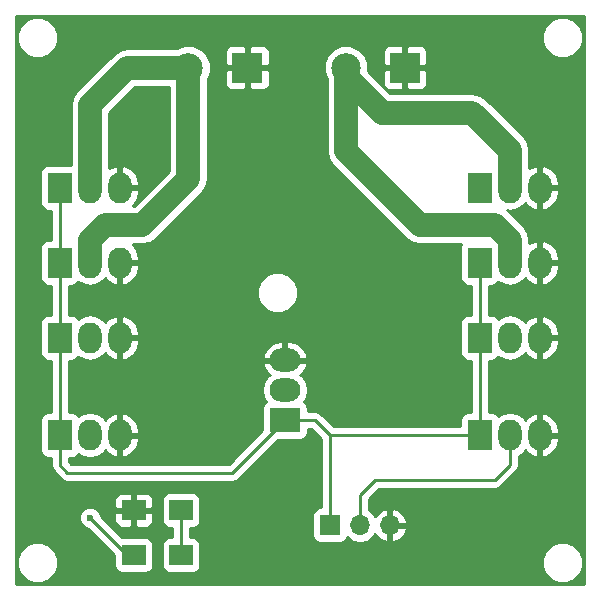
<source format=gbr>
G04 #@! TF.FileFunction,Copper,L1,Top,Signal*
%FSLAX46Y46*%
G04 Gerber Fmt 4.6, Leading zero omitted, Abs format (unit mm)*
G04 Created by KiCad (PCBNEW 4.0.7) date Saturday, June 09, 2018 'PMt' 12:28:08 PM*
%MOMM*%
%LPD*%
G01*
G04 APERTURE LIST*
%ADD10C,0.100000*%
%ADD11R,2.000000X1.700000*%
%ADD12R,2.000000X2.600000*%
%ADD13O,2.000000X2.600000*%
%ADD14R,1.700000X1.700000*%
%ADD15O,1.700000X1.700000*%
%ADD16R,2.600000X2.000000*%
%ADD17O,2.600000X2.000000*%
%ADD18R,2.500000X2.500000*%
%ADD19C,2.500000*%
%ADD20C,0.600000*%
%ADD21C,0.250000*%
%ADD22C,2.000000*%
%ADD23C,0.254000*%
G04 APERTURE END LIST*
D10*
D11*
X123920000Y-106045000D03*
X119920000Y-106045000D03*
D12*
X113665000Y-81280000D03*
D13*
X116205000Y-81280000D03*
X118745000Y-81280000D03*
D14*
X136525000Y-103505000D03*
D15*
X139065000Y-103505000D03*
X141605000Y-103505000D03*
D12*
X113665000Y-74930000D03*
D13*
X116205000Y-74930000D03*
X118745000Y-74930000D03*
D12*
X113665000Y-87630000D03*
D13*
X116205000Y-87630000D03*
X118745000Y-87630000D03*
D12*
X113665000Y-95885000D03*
D13*
X116205000Y-95885000D03*
X118745000Y-95885000D03*
D11*
X123920000Y-102235000D03*
X119920000Y-102235000D03*
D12*
X149225000Y-87630000D03*
D13*
X151765000Y-87630000D03*
X154305000Y-87630000D03*
D12*
X149225000Y-95885000D03*
D13*
X151765000Y-95885000D03*
X154305000Y-95885000D03*
D12*
X149225000Y-81280000D03*
D13*
X151765000Y-81280000D03*
X154305000Y-81280000D03*
D12*
X149225000Y-74930000D03*
D13*
X151765000Y-74930000D03*
X154305000Y-74930000D03*
D16*
X132715000Y-94615000D03*
D17*
X132715000Y-92075000D03*
X132715000Y-89535000D03*
D18*
X129540000Y-64770000D03*
D19*
X124540000Y-64770000D03*
D18*
X142875000Y-64770000D03*
D19*
X137875000Y-64770000D03*
D20*
X116205000Y-102870000D03*
D21*
X149225000Y-87630000D02*
X149225000Y-81280000D01*
X149225000Y-95885000D02*
X149225000Y-87630000D01*
X149225000Y-95885000D02*
X136525000Y-95885000D01*
X113665000Y-74930000D02*
X113665000Y-81280000D01*
X113665000Y-81280000D02*
X113665000Y-87630000D01*
X113665000Y-87630000D02*
X113665000Y-95885000D01*
X113665000Y-95885000D02*
X113665000Y-98425000D01*
X113665000Y-98425000D02*
X114300000Y-99060000D01*
X114300000Y-99060000D02*
X128270000Y-99060000D01*
X128270000Y-99060000D02*
X132715000Y-94615000D01*
X132715000Y-94615000D02*
X135255000Y-94615000D01*
X135255000Y-94615000D02*
X136525000Y-95885000D01*
X136525000Y-95885000D02*
X136525000Y-103505000D01*
X123920000Y-102235000D02*
X123920000Y-106045000D01*
X151765000Y-95885000D02*
X151765000Y-98425000D01*
X139065000Y-100965000D02*
X139065000Y-103505000D01*
X140335000Y-99695000D02*
X139065000Y-100965000D01*
X150495000Y-99695000D02*
X140335000Y-99695000D01*
X151765000Y-98425000D02*
X150495000Y-99695000D01*
D22*
X137875000Y-64770000D02*
X137875000Y-71835000D01*
X151765000Y-79375000D02*
X151765000Y-81280000D01*
X150495000Y-78105000D02*
X151765000Y-79375000D01*
X144145000Y-78105000D02*
X150495000Y-78105000D01*
X137875000Y-71835000D02*
X144145000Y-78105000D01*
X137875000Y-64770000D02*
X137875000Y-65485000D01*
X137875000Y-65485000D02*
X140970000Y-68580000D01*
X140970000Y-68580000D02*
X148590000Y-68580000D01*
X148590000Y-68580000D02*
X151765000Y-71755000D01*
X151765000Y-71755000D02*
X151765000Y-74930000D01*
D21*
X116205000Y-102870000D02*
X119380000Y-106045000D01*
X119380000Y-106045000D02*
X119920000Y-106045000D01*
D22*
X116205000Y-79375000D02*
X116205000Y-81280000D01*
X117475000Y-78105000D02*
X116205000Y-79375000D01*
X120650000Y-78105000D02*
X117475000Y-78105000D01*
X124540000Y-74215000D02*
X120650000Y-78105000D01*
X124540000Y-64770000D02*
X124540000Y-74215000D01*
X124540000Y-64770000D02*
X119380000Y-64770000D01*
X116205000Y-67945000D02*
X116205000Y-74930000D01*
X119380000Y-64770000D02*
X116205000Y-67945000D01*
D23*
G36*
X158040000Y-108510000D02*
X109930000Y-108510000D01*
X109930000Y-107023599D01*
X110024699Y-107023599D01*
X110288281Y-107661515D01*
X110775918Y-108150004D01*
X111413373Y-108414699D01*
X112103599Y-108415301D01*
X112741515Y-108151719D01*
X113230004Y-107664082D01*
X113494699Y-107026627D01*
X113495301Y-106336401D01*
X113231719Y-105698485D01*
X112744082Y-105209996D01*
X112106627Y-104945301D01*
X111416401Y-104944699D01*
X110778485Y-105208281D01*
X110289996Y-105695918D01*
X110025301Y-106333373D01*
X110024699Y-107023599D01*
X109930000Y-107023599D01*
X109930000Y-103055167D01*
X115269838Y-103055167D01*
X115411883Y-103398943D01*
X115674673Y-103662192D01*
X116018201Y-103804838D01*
X116065077Y-103804879D01*
X118272560Y-106012362D01*
X118272560Y-106895000D01*
X118316838Y-107130317D01*
X118455910Y-107346441D01*
X118668110Y-107491431D01*
X118920000Y-107542440D01*
X120920000Y-107542440D01*
X121155317Y-107498162D01*
X121371441Y-107359090D01*
X121516431Y-107146890D01*
X121567440Y-106895000D01*
X121567440Y-105195000D01*
X121523162Y-104959683D01*
X121384090Y-104743559D01*
X121171890Y-104598569D01*
X120920000Y-104547560D01*
X118957362Y-104547560D01*
X117140122Y-102730320D01*
X117140162Y-102684833D01*
X117072365Y-102520750D01*
X118285000Y-102520750D01*
X118285000Y-103211310D01*
X118381673Y-103444699D01*
X118560302Y-103623327D01*
X118793691Y-103720000D01*
X119634250Y-103720000D01*
X119793000Y-103561250D01*
X119793000Y-102362000D01*
X120047000Y-102362000D01*
X120047000Y-103561250D01*
X120205750Y-103720000D01*
X121046309Y-103720000D01*
X121279698Y-103623327D01*
X121458327Y-103444699D01*
X121555000Y-103211310D01*
X121555000Y-102520750D01*
X121396250Y-102362000D01*
X120047000Y-102362000D01*
X119793000Y-102362000D01*
X118443750Y-102362000D01*
X118285000Y-102520750D01*
X117072365Y-102520750D01*
X116998117Y-102341057D01*
X116735327Y-102077808D01*
X116391799Y-101935162D01*
X116019833Y-101934838D01*
X115676057Y-102076883D01*
X115412808Y-102339673D01*
X115270162Y-102683201D01*
X115269838Y-103055167D01*
X109930000Y-103055167D01*
X109930000Y-101258690D01*
X118285000Y-101258690D01*
X118285000Y-101949250D01*
X118443750Y-102108000D01*
X119793000Y-102108000D01*
X119793000Y-100908750D01*
X120047000Y-100908750D01*
X120047000Y-102108000D01*
X121396250Y-102108000D01*
X121555000Y-101949250D01*
X121555000Y-101385000D01*
X122272560Y-101385000D01*
X122272560Y-103085000D01*
X122316838Y-103320317D01*
X122455910Y-103536441D01*
X122668110Y-103681431D01*
X122920000Y-103732440D01*
X123160000Y-103732440D01*
X123160000Y-104547560D01*
X122920000Y-104547560D01*
X122684683Y-104591838D01*
X122468559Y-104730910D01*
X122323569Y-104943110D01*
X122272560Y-105195000D01*
X122272560Y-106895000D01*
X122316838Y-107130317D01*
X122455910Y-107346441D01*
X122668110Y-107491431D01*
X122920000Y-107542440D01*
X124920000Y-107542440D01*
X125155317Y-107498162D01*
X125371441Y-107359090D01*
X125516431Y-107146890D01*
X125541398Y-107023599D01*
X154474699Y-107023599D01*
X154738281Y-107661515D01*
X155225918Y-108150004D01*
X155863373Y-108414699D01*
X156553599Y-108415301D01*
X157191515Y-108151719D01*
X157680004Y-107664082D01*
X157944699Y-107026627D01*
X157945301Y-106336401D01*
X157681719Y-105698485D01*
X157194082Y-105209996D01*
X156556627Y-104945301D01*
X155866401Y-104944699D01*
X155228485Y-105208281D01*
X154739996Y-105695918D01*
X154475301Y-106333373D01*
X154474699Y-107023599D01*
X125541398Y-107023599D01*
X125567440Y-106895000D01*
X125567440Y-105195000D01*
X125523162Y-104959683D01*
X125384090Y-104743559D01*
X125171890Y-104598569D01*
X124920000Y-104547560D01*
X124680000Y-104547560D01*
X124680000Y-103732440D01*
X124920000Y-103732440D01*
X125155317Y-103688162D01*
X125371441Y-103549090D01*
X125516431Y-103336890D01*
X125567440Y-103085000D01*
X125567440Y-101385000D01*
X125523162Y-101149683D01*
X125384090Y-100933559D01*
X125171890Y-100788569D01*
X124920000Y-100737560D01*
X122920000Y-100737560D01*
X122684683Y-100781838D01*
X122468559Y-100920910D01*
X122323569Y-101133110D01*
X122272560Y-101385000D01*
X121555000Y-101385000D01*
X121555000Y-101258690D01*
X121458327Y-101025301D01*
X121279698Y-100846673D01*
X121046309Y-100750000D01*
X120205750Y-100750000D01*
X120047000Y-100908750D01*
X119793000Y-100908750D01*
X119634250Y-100750000D01*
X118793691Y-100750000D01*
X118560302Y-100846673D01*
X118381673Y-101025301D01*
X118285000Y-101258690D01*
X109930000Y-101258690D01*
X109930000Y-73630000D01*
X112017560Y-73630000D01*
X112017560Y-76230000D01*
X112061838Y-76465317D01*
X112200910Y-76681441D01*
X112413110Y-76826431D01*
X112665000Y-76877440D01*
X112905000Y-76877440D01*
X112905000Y-79332560D01*
X112665000Y-79332560D01*
X112429683Y-79376838D01*
X112213559Y-79515910D01*
X112068569Y-79728110D01*
X112017560Y-79980000D01*
X112017560Y-82580000D01*
X112061838Y-82815317D01*
X112200910Y-83031441D01*
X112413110Y-83176431D01*
X112665000Y-83227440D01*
X112905000Y-83227440D01*
X112905000Y-85682560D01*
X112665000Y-85682560D01*
X112429683Y-85726838D01*
X112213559Y-85865910D01*
X112068569Y-86078110D01*
X112017560Y-86330000D01*
X112017560Y-88930000D01*
X112061838Y-89165317D01*
X112200910Y-89381441D01*
X112413110Y-89526431D01*
X112665000Y-89577440D01*
X112905000Y-89577440D01*
X112905000Y-93937560D01*
X112665000Y-93937560D01*
X112429683Y-93981838D01*
X112213559Y-94120910D01*
X112068569Y-94333110D01*
X112017560Y-94585000D01*
X112017560Y-97185000D01*
X112061838Y-97420317D01*
X112200910Y-97636441D01*
X112413110Y-97781431D01*
X112665000Y-97832440D01*
X112905000Y-97832440D01*
X112905000Y-98425000D01*
X112962852Y-98715839D01*
X113127599Y-98962401D01*
X113762599Y-99597401D01*
X114009161Y-99762148D01*
X114300000Y-99820000D01*
X128270000Y-99820000D01*
X128560839Y-99762148D01*
X128807401Y-99597401D01*
X132142362Y-96262440D01*
X134015000Y-96262440D01*
X134250317Y-96218162D01*
X134466441Y-96079090D01*
X134611431Y-95866890D01*
X134662440Y-95615000D01*
X134662440Y-95375000D01*
X134940198Y-95375000D01*
X135765000Y-96199802D01*
X135765000Y-102007560D01*
X135675000Y-102007560D01*
X135439683Y-102051838D01*
X135223559Y-102190910D01*
X135078569Y-102403110D01*
X135027560Y-102655000D01*
X135027560Y-104355000D01*
X135071838Y-104590317D01*
X135210910Y-104806441D01*
X135423110Y-104951431D01*
X135675000Y-105002440D01*
X137375000Y-105002440D01*
X137610317Y-104958162D01*
X137826441Y-104819090D01*
X137971431Y-104606890D01*
X137985086Y-104539459D01*
X138014946Y-104584147D01*
X138496715Y-104906054D01*
X139065000Y-105019093D01*
X139633285Y-104906054D01*
X140115054Y-104584147D01*
X140342702Y-104243447D01*
X140409817Y-104386358D01*
X140838076Y-104776645D01*
X141248110Y-104946476D01*
X141478000Y-104825155D01*
X141478000Y-103632000D01*
X141732000Y-103632000D01*
X141732000Y-104825155D01*
X141961890Y-104946476D01*
X142371924Y-104776645D01*
X142800183Y-104386358D01*
X143046486Y-103861892D01*
X142925819Y-103632000D01*
X141732000Y-103632000D01*
X141478000Y-103632000D01*
X141458000Y-103632000D01*
X141458000Y-103378000D01*
X141478000Y-103378000D01*
X141478000Y-102184845D01*
X141732000Y-102184845D01*
X141732000Y-103378000D01*
X142925819Y-103378000D01*
X143046486Y-103148108D01*
X142800183Y-102623642D01*
X142371924Y-102233355D01*
X141961890Y-102063524D01*
X141732000Y-102184845D01*
X141478000Y-102184845D01*
X141248110Y-102063524D01*
X140838076Y-102233355D01*
X140409817Y-102623642D01*
X140342702Y-102766553D01*
X140115054Y-102425853D01*
X139825000Y-102232046D01*
X139825000Y-101279802D01*
X140649802Y-100455000D01*
X150495000Y-100455000D01*
X150785839Y-100397148D01*
X151032401Y-100232401D01*
X152302401Y-98962401D01*
X152467148Y-98715840D01*
X152525000Y-98425000D01*
X152525000Y-97643707D01*
X152921120Y-97379029D01*
X153048219Y-97188812D01*
X153238683Y-97430922D01*
X153796645Y-97744144D01*
X153924566Y-97775124D01*
X154178000Y-97655777D01*
X154178000Y-96012000D01*
X154432000Y-96012000D01*
X154432000Y-97655777D01*
X154685434Y-97775124D01*
X154813355Y-97744144D01*
X155371317Y-97430922D01*
X155766942Y-96928020D01*
X155940000Y-96312000D01*
X155940000Y-96012000D01*
X154432000Y-96012000D01*
X154178000Y-96012000D01*
X154158000Y-96012000D01*
X154158000Y-95758000D01*
X154178000Y-95758000D01*
X154178000Y-94114223D01*
X154432000Y-94114223D01*
X154432000Y-95758000D01*
X155940000Y-95758000D01*
X155940000Y-95458000D01*
X155766942Y-94841980D01*
X155371317Y-94339078D01*
X154813355Y-94025856D01*
X154685434Y-93994876D01*
X154432000Y-94114223D01*
X154178000Y-94114223D01*
X153924566Y-93994876D01*
X153796645Y-94025856D01*
X153238683Y-94339078D01*
X153048219Y-94581188D01*
X152921120Y-94390971D01*
X152390687Y-94036548D01*
X151765000Y-93912091D01*
X151139313Y-94036548D01*
X150780808Y-94276093D01*
X150689090Y-94133559D01*
X150476890Y-93988569D01*
X150225000Y-93937560D01*
X149985000Y-93937560D01*
X149985000Y-89577440D01*
X150225000Y-89577440D01*
X150460317Y-89533162D01*
X150676441Y-89394090D01*
X150781951Y-89239671D01*
X151139313Y-89478452D01*
X151765000Y-89602909D01*
X152390687Y-89478452D01*
X152921120Y-89124029D01*
X153048219Y-88933812D01*
X153238683Y-89175922D01*
X153796645Y-89489144D01*
X153924566Y-89520124D01*
X154178000Y-89400777D01*
X154178000Y-87757000D01*
X154432000Y-87757000D01*
X154432000Y-89400777D01*
X154685434Y-89520124D01*
X154813355Y-89489144D01*
X155371317Y-89175922D01*
X155766942Y-88673020D01*
X155940000Y-88057000D01*
X155940000Y-87757000D01*
X154432000Y-87757000D01*
X154178000Y-87757000D01*
X154158000Y-87757000D01*
X154158000Y-87503000D01*
X154178000Y-87503000D01*
X154178000Y-85859223D01*
X154432000Y-85859223D01*
X154432000Y-87503000D01*
X155940000Y-87503000D01*
X155940000Y-87203000D01*
X155766942Y-86586980D01*
X155371317Y-86084078D01*
X154813355Y-85770856D01*
X154685434Y-85739876D01*
X154432000Y-85859223D01*
X154178000Y-85859223D01*
X153924566Y-85739876D01*
X153796645Y-85770856D01*
X153238683Y-86084078D01*
X153048219Y-86326188D01*
X152921120Y-86135971D01*
X152390687Y-85781548D01*
X151765000Y-85657091D01*
X151139313Y-85781548D01*
X150780808Y-86021093D01*
X150689090Y-85878559D01*
X150476890Y-85733569D01*
X150225000Y-85682560D01*
X149985000Y-85682560D01*
X149985000Y-83227440D01*
X150225000Y-83227440D01*
X150460317Y-83183162D01*
X150676441Y-83044090D01*
X150781951Y-82889671D01*
X151139313Y-83128452D01*
X151765000Y-83252909D01*
X152390687Y-83128452D01*
X152921120Y-82774029D01*
X153048219Y-82583812D01*
X153238683Y-82825922D01*
X153796645Y-83139144D01*
X153924566Y-83170124D01*
X154178000Y-83050777D01*
X154178000Y-81407000D01*
X154432000Y-81407000D01*
X154432000Y-83050777D01*
X154685434Y-83170124D01*
X154813355Y-83139144D01*
X155371317Y-82825922D01*
X155766942Y-82323020D01*
X155940000Y-81707000D01*
X155940000Y-81407000D01*
X154432000Y-81407000D01*
X154178000Y-81407000D01*
X154158000Y-81407000D01*
X154158000Y-81153000D01*
X154178000Y-81153000D01*
X154178000Y-79509223D01*
X154432000Y-79509223D01*
X154432000Y-81153000D01*
X155940000Y-81153000D01*
X155940000Y-80853000D01*
X155766942Y-80236980D01*
X155371317Y-79734078D01*
X154813355Y-79420856D01*
X154685434Y-79389876D01*
X154432000Y-79509223D01*
X154178000Y-79509223D01*
X153924566Y-79389876D01*
X153796645Y-79420856D01*
X153400000Y-79643520D01*
X153400000Y-79375000D01*
X153275543Y-78749313D01*
X153275543Y-78749312D01*
X153133581Y-78536851D01*
X152921120Y-78218880D01*
X152921117Y-78218878D01*
X151651120Y-76948880D01*
X151504885Y-76851169D01*
X151765000Y-76902909D01*
X152390687Y-76778452D01*
X152921120Y-76424029D01*
X153048219Y-76233812D01*
X153238683Y-76475922D01*
X153796645Y-76789144D01*
X153924566Y-76820124D01*
X154178000Y-76700777D01*
X154178000Y-75057000D01*
X154432000Y-75057000D01*
X154432000Y-76700777D01*
X154685434Y-76820124D01*
X154813355Y-76789144D01*
X155371317Y-76475922D01*
X155766942Y-75973020D01*
X155940000Y-75357000D01*
X155940000Y-75057000D01*
X154432000Y-75057000D01*
X154178000Y-75057000D01*
X154158000Y-75057000D01*
X154158000Y-74803000D01*
X154178000Y-74803000D01*
X154178000Y-73159223D01*
X154432000Y-73159223D01*
X154432000Y-74803000D01*
X155940000Y-74803000D01*
X155940000Y-74503000D01*
X155766942Y-73886980D01*
X155371317Y-73384078D01*
X154813355Y-73070856D01*
X154685434Y-73039876D01*
X154432000Y-73159223D01*
X154178000Y-73159223D01*
X153924566Y-73039876D01*
X153796645Y-73070856D01*
X153400000Y-73293520D01*
X153400000Y-71755005D01*
X153400001Y-71755000D01*
X153275543Y-71129312D01*
X152921120Y-70598880D01*
X149746120Y-67423880D01*
X149215688Y-67069457D01*
X148590000Y-66944999D01*
X148589995Y-66945000D01*
X141647240Y-66945000D01*
X139759750Y-65057510D01*
X139759751Y-65055750D01*
X140990000Y-65055750D01*
X140990000Y-66146310D01*
X141086673Y-66379699D01*
X141265302Y-66558327D01*
X141498691Y-66655000D01*
X142589250Y-66655000D01*
X142748000Y-66496250D01*
X142748000Y-64897000D01*
X143002000Y-64897000D01*
X143002000Y-66496250D01*
X143160750Y-66655000D01*
X144251309Y-66655000D01*
X144484698Y-66558327D01*
X144663327Y-66379699D01*
X144760000Y-66146310D01*
X144760000Y-65055750D01*
X144601250Y-64897000D01*
X143002000Y-64897000D01*
X142748000Y-64897000D01*
X141148750Y-64897000D01*
X140990000Y-65055750D01*
X139759751Y-65055750D01*
X139760326Y-64396695D01*
X139473957Y-63703628D01*
X139164560Y-63393690D01*
X140990000Y-63393690D01*
X140990000Y-64484250D01*
X141148750Y-64643000D01*
X142748000Y-64643000D01*
X142748000Y-63043750D01*
X143002000Y-63043750D01*
X143002000Y-64643000D01*
X144601250Y-64643000D01*
X144760000Y-64484250D01*
X144760000Y-63393690D01*
X144663327Y-63160301D01*
X144484698Y-62981673D01*
X144251309Y-62885000D01*
X143160750Y-62885000D01*
X143002000Y-63043750D01*
X142748000Y-63043750D01*
X142589250Y-62885000D01*
X141498691Y-62885000D01*
X141265302Y-62981673D01*
X141086673Y-63160301D01*
X140990000Y-63393690D01*
X139164560Y-63393690D01*
X138944161Y-63172907D01*
X138251595Y-62885328D01*
X137501695Y-62884674D01*
X136808628Y-63171043D01*
X136277907Y-63700839D01*
X135990328Y-64393405D01*
X135989674Y-65143305D01*
X136240000Y-65749141D01*
X136240000Y-71834995D01*
X136239999Y-71835000D01*
X136364457Y-72460688D01*
X136718880Y-72991120D01*
X142988880Y-79261120D01*
X143519312Y-79615543D01*
X144145000Y-79740001D01*
X144145005Y-79740000D01*
X147626161Y-79740000D01*
X147577560Y-79980000D01*
X147577560Y-82580000D01*
X147621838Y-82815317D01*
X147760910Y-83031441D01*
X147973110Y-83176431D01*
X148225000Y-83227440D01*
X148465000Y-83227440D01*
X148465000Y-85682560D01*
X148225000Y-85682560D01*
X147989683Y-85726838D01*
X147773559Y-85865910D01*
X147628569Y-86078110D01*
X147577560Y-86330000D01*
X147577560Y-88930000D01*
X147621838Y-89165317D01*
X147760910Y-89381441D01*
X147973110Y-89526431D01*
X148225000Y-89577440D01*
X148465000Y-89577440D01*
X148465000Y-93937560D01*
X148225000Y-93937560D01*
X147989683Y-93981838D01*
X147773559Y-94120910D01*
X147628569Y-94333110D01*
X147577560Y-94585000D01*
X147577560Y-95125000D01*
X136839802Y-95125000D01*
X135792401Y-94077599D01*
X135545839Y-93912852D01*
X135255000Y-93855000D01*
X134662440Y-93855000D01*
X134662440Y-93615000D01*
X134618162Y-93379683D01*
X134479090Y-93163559D01*
X134324671Y-93058049D01*
X134563452Y-92700687D01*
X134687909Y-92075000D01*
X134563452Y-91449313D01*
X134209029Y-90918880D01*
X134018812Y-90791781D01*
X134260922Y-90601317D01*
X134574144Y-90043355D01*
X134605124Y-89915434D01*
X134485777Y-89662000D01*
X132842000Y-89662000D01*
X132842000Y-89682000D01*
X132588000Y-89682000D01*
X132588000Y-89662000D01*
X130944223Y-89662000D01*
X130824876Y-89915434D01*
X130855856Y-90043355D01*
X131169078Y-90601317D01*
X131411188Y-90791781D01*
X131220971Y-90918880D01*
X130866548Y-91449313D01*
X130742091Y-92075000D01*
X130866548Y-92700687D01*
X131106093Y-93059192D01*
X130963559Y-93150910D01*
X130818569Y-93363110D01*
X130767560Y-93615000D01*
X130767560Y-95487638D01*
X127955198Y-98300000D01*
X114614802Y-98300000D01*
X114425000Y-98110198D01*
X114425000Y-97832440D01*
X114665000Y-97832440D01*
X114900317Y-97788162D01*
X115116441Y-97649090D01*
X115221951Y-97494671D01*
X115579313Y-97733452D01*
X116205000Y-97857909D01*
X116830687Y-97733452D01*
X117361120Y-97379029D01*
X117488219Y-97188812D01*
X117678683Y-97430922D01*
X118236645Y-97744144D01*
X118364566Y-97775124D01*
X118618000Y-97655777D01*
X118618000Y-96012000D01*
X118872000Y-96012000D01*
X118872000Y-97655777D01*
X119125434Y-97775124D01*
X119253355Y-97744144D01*
X119811317Y-97430922D01*
X120206942Y-96928020D01*
X120380000Y-96312000D01*
X120380000Y-96012000D01*
X118872000Y-96012000D01*
X118618000Y-96012000D01*
X118598000Y-96012000D01*
X118598000Y-95758000D01*
X118618000Y-95758000D01*
X118618000Y-94114223D01*
X118872000Y-94114223D01*
X118872000Y-95758000D01*
X120380000Y-95758000D01*
X120380000Y-95458000D01*
X120206942Y-94841980D01*
X119811317Y-94339078D01*
X119253355Y-94025856D01*
X119125434Y-93994876D01*
X118872000Y-94114223D01*
X118618000Y-94114223D01*
X118364566Y-93994876D01*
X118236645Y-94025856D01*
X117678683Y-94339078D01*
X117488219Y-94581188D01*
X117361120Y-94390971D01*
X116830687Y-94036548D01*
X116205000Y-93912091D01*
X115579313Y-94036548D01*
X115220808Y-94276093D01*
X115129090Y-94133559D01*
X114916890Y-93988569D01*
X114665000Y-93937560D01*
X114425000Y-93937560D01*
X114425000Y-89577440D01*
X114665000Y-89577440D01*
X114900317Y-89533162D01*
X115116441Y-89394090D01*
X115221951Y-89239671D01*
X115579313Y-89478452D01*
X116205000Y-89602909D01*
X116830687Y-89478452D01*
X117361120Y-89124029D01*
X117488219Y-88933812D01*
X117678683Y-89175922D01*
X118236645Y-89489144D01*
X118364566Y-89520124D01*
X118618000Y-89400777D01*
X118618000Y-87757000D01*
X118872000Y-87757000D01*
X118872000Y-89400777D01*
X119125434Y-89520124D01*
X119253355Y-89489144D01*
X119811317Y-89175922D01*
X119828117Y-89154566D01*
X130824876Y-89154566D01*
X130944223Y-89408000D01*
X132588000Y-89408000D01*
X132588000Y-87900000D01*
X132842000Y-87900000D01*
X132842000Y-89408000D01*
X134485777Y-89408000D01*
X134605124Y-89154566D01*
X134574144Y-89026645D01*
X134260922Y-88468683D01*
X133758020Y-88073058D01*
X133142000Y-87900000D01*
X132842000Y-87900000D01*
X132588000Y-87900000D01*
X132288000Y-87900000D01*
X131671980Y-88073058D01*
X131169078Y-88468683D01*
X130855856Y-89026645D01*
X130824876Y-89154566D01*
X119828117Y-89154566D01*
X120206942Y-88673020D01*
X120380000Y-88057000D01*
X120380000Y-87757000D01*
X118872000Y-87757000D01*
X118618000Y-87757000D01*
X118598000Y-87757000D01*
X118598000Y-87503000D01*
X118618000Y-87503000D01*
X118618000Y-85859223D01*
X118872000Y-85859223D01*
X118872000Y-87503000D01*
X120380000Y-87503000D01*
X120380000Y-87203000D01*
X120206942Y-86586980D01*
X119811317Y-86084078D01*
X119253355Y-85770856D01*
X119125434Y-85739876D01*
X118872000Y-85859223D01*
X118618000Y-85859223D01*
X118364566Y-85739876D01*
X118236645Y-85770856D01*
X117678683Y-86084078D01*
X117488219Y-86326188D01*
X117361120Y-86135971D01*
X116830687Y-85781548D01*
X116205000Y-85657091D01*
X115579313Y-85781548D01*
X115220808Y-86021093D01*
X115129090Y-85878559D01*
X114916890Y-85733569D01*
X114665000Y-85682560D01*
X114425000Y-85682560D01*
X114425000Y-84163599D01*
X130344699Y-84163599D01*
X130608281Y-84801515D01*
X131095918Y-85290004D01*
X131733373Y-85554699D01*
X132423599Y-85555301D01*
X133061515Y-85291719D01*
X133550004Y-84804082D01*
X133814699Y-84166627D01*
X133815301Y-83476401D01*
X133551719Y-82838485D01*
X133064082Y-82349996D01*
X132426627Y-82085301D01*
X131736401Y-82084699D01*
X131098485Y-82348281D01*
X130609996Y-82835918D01*
X130345301Y-83473373D01*
X130344699Y-84163599D01*
X114425000Y-84163599D01*
X114425000Y-83227440D01*
X114665000Y-83227440D01*
X114900317Y-83183162D01*
X115116441Y-83044090D01*
X115221951Y-82889671D01*
X115579313Y-83128452D01*
X116205000Y-83252909D01*
X116830687Y-83128452D01*
X117361120Y-82774029D01*
X117488219Y-82583812D01*
X117678683Y-82825922D01*
X118236645Y-83139144D01*
X118364566Y-83170124D01*
X118618000Y-83050777D01*
X118618000Y-81407000D01*
X118872000Y-81407000D01*
X118872000Y-83050777D01*
X119125434Y-83170124D01*
X119253355Y-83139144D01*
X119811317Y-82825922D01*
X120206942Y-82323020D01*
X120380000Y-81707000D01*
X120380000Y-81407000D01*
X118872000Y-81407000D01*
X118618000Y-81407000D01*
X118598000Y-81407000D01*
X118598000Y-81153000D01*
X118618000Y-81153000D01*
X118618000Y-81133000D01*
X118872000Y-81133000D01*
X118872000Y-81153000D01*
X120380000Y-81153000D01*
X120380000Y-80853000D01*
X120206942Y-80236980D01*
X119815976Y-79740000D01*
X120649995Y-79740000D01*
X120650000Y-79740001D01*
X121275688Y-79615543D01*
X121806120Y-79261120D01*
X125696117Y-75371122D01*
X125696120Y-75371120D01*
X125906008Y-75057000D01*
X126050543Y-74840688D01*
X126175001Y-74215000D01*
X126175000Y-74214995D01*
X126175000Y-65747871D01*
X126424672Y-65146595D01*
X126424751Y-65055750D01*
X127655000Y-65055750D01*
X127655000Y-66146310D01*
X127751673Y-66379699D01*
X127930302Y-66558327D01*
X128163691Y-66655000D01*
X129254250Y-66655000D01*
X129413000Y-66496250D01*
X129413000Y-64897000D01*
X129667000Y-64897000D01*
X129667000Y-66496250D01*
X129825750Y-66655000D01*
X130916309Y-66655000D01*
X131149698Y-66558327D01*
X131328327Y-66379699D01*
X131425000Y-66146310D01*
X131425000Y-65055750D01*
X131266250Y-64897000D01*
X129667000Y-64897000D01*
X129413000Y-64897000D01*
X127813750Y-64897000D01*
X127655000Y-65055750D01*
X126424751Y-65055750D01*
X126425326Y-64396695D01*
X126138957Y-63703628D01*
X125829560Y-63393690D01*
X127655000Y-63393690D01*
X127655000Y-64484250D01*
X127813750Y-64643000D01*
X129413000Y-64643000D01*
X129413000Y-63043750D01*
X129667000Y-63043750D01*
X129667000Y-64643000D01*
X131266250Y-64643000D01*
X131425000Y-64484250D01*
X131425000Y-63393690D01*
X131328327Y-63160301D01*
X131149698Y-62981673D01*
X130916309Y-62885000D01*
X129825750Y-62885000D01*
X129667000Y-63043750D01*
X129413000Y-63043750D01*
X129254250Y-62885000D01*
X128163691Y-62885000D01*
X127930302Y-62981673D01*
X127751673Y-63160301D01*
X127655000Y-63393690D01*
X125829560Y-63393690D01*
X125609161Y-63172907D01*
X124916595Y-62885328D01*
X124166695Y-62884674D01*
X123560859Y-63135000D01*
X119380005Y-63135000D01*
X119380000Y-63134999D01*
X118754312Y-63259457D01*
X118223880Y-63613880D01*
X115048880Y-66788880D01*
X114694457Y-67319312D01*
X114569999Y-67945000D01*
X114570000Y-67945005D01*
X114570000Y-72982560D01*
X112665000Y-72982560D01*
X112429683Y-73026838D01*
X112213559Y-73165910D01*
X112068569Y-73378110D01*
X112017560Y-73630000D01*
X109930000Y-73630000D01*
X109930000Y-62573599D01*
X110024699Y-62573599D01*
X110288281Y-63211515D01*
X110775918Y-63700004D01*
X111413373Y-63964699D01*
X112103599Y-63965301D01*
X112741515Y-63701719D01*
X113230004Y-63214082D01*
X113494699Y-62576627D01*
X113494701Y-62573599D01*
X154474699Y-62573599D01*
X154738281Y-63211515D01*
X155225918Y-63700004D01*
X155863373Y-63964699D01*
X156553599Y-63965301D01*
X157191515Y-63701719D01*
X157680004Y-63214082D01*
X157944699Y-62576627D01*
X157945301Y-61886401D01*
X157681719Y-61248485D01*
X157194082Y-60759996D01*
X156556627Y-60495301D01*
X155866401Y-60494699D01*
X155228485Y-60758281D01*
X154739996Y-61245918D01*
X154475301Y-61883373D01*
X154474699Y-62573599D01*
X113494701Y-62573599D01*
X113495301Y-61886401D01*
X113231719Y-61248485D01*
X112744082Y-60759996D01*
X112106627Y-60495301D01*
X111416401Y-60494699D01*
X110778485Y-60758281D01*
X110289996Y-61245918D01*
X110025301Y-61883373D01*
X110024699Y-62573599D01*
X109930000Y-62573599D01*
X109930000Y-60400000D01*
X158040000Y-60400000D01*
X158040000Y-108510000D01*
X158040000Y-108510000D01*
G37*
X158040000Y-108510000D02*
X109930000Y-108510000D01*
X109930000Y-107023599D01*
X110024699Y-107023599D01*
X110288281Y-107661515D01*
X110775918Y-108150004D01*
X111413373Y-108414699D01*
X112103599Y-108415301D01*
X112741515Y-108151719D01*
X113230004Y-107664082D01*
X113494699Y-107026627D01*
X113495301Y-106336401D01*
X113231719Y-105698485D01*
X112744082Y-105209996D01*
X112106627Y-104945301D01*
X111416401Y-104944699D01*
X110778485Y-105208281D01*
X110289996Y-105695918D01*
X110025301Y-106333373D01*
X110024699Y-107023599D01*
X109930000Y-107023599D01*
X109930000Y-103055167D01*
X115269838Y-103055167D01*
X115411883Y-103398943D01*
X115674673Y-103662192D01*
X116018201Y-103804838D01*
X116065077Y-103804879D01*
X118272560Y-106012362D01*
X118272560Y-106895000D01*
X118316838Y-107130317D01*
X118455910Y-107346441D01*
X118668110Y-107491431D01*
X118920000Y-107542440D01*
X120920000Y-107542440D01*
X121155317Y-107498162D01*
X121371441Y-107359090D01*
X121516431Y-107146890D01*
X121567440Y-106895000D01*
X121567440Y-105195000D01*
X121523162Y-104959683D01*
X121384090Y-104743559D01*
X121171890Y-104598569D01*
X120920000Y-104547560D01*
X118957362Y-104547560D01*
X117140122Y-102730320D01*
X117140162Y-102684833D01*
X117072365Y-102520750D01*
X118285000Y-102520750D01*
X118285000Y-103211310D01*
X118381673Y-103444699D01*
X118560302Y-103623327D01*
X118793691Y-103720000D01*
X119634250Y-103720000D01*
X119793000Y-103561250D01*
X119793000Y-102362000D01*
X120047000Y-102362000D01*
X120047000Y-103561250D01*
X120205750Y-103720000D01*
X121046309Y-103720000D01*
X121279698Y-103623327D01*
X121458327Y-103444699D01*
X121555000Y-103211310D01*
X121555000Y-102520750D01*
X121396250Y-102362000D01*
X120047000Y-102362000D01*
X119793000Y-102362000D01*
X118443750Y-102362000D01*
X118285000Y-102520750D01*
X117072365Y-102520750D01*
X116998117Y-102341057D01*
X116735327Y-102077808D01*
X116391799Y-101935162D01*
X116019833Y-101934838D01*
X115676057Y-102076883D01*
X115412808Y-102339673D01*
X115270162Y-102683201D01*
X115269838Y-103055167D01*
X109930000Y-103055167D01*
X109930000Y-101258690D01*
X118285000Y-101258690D01*
X118285000Y-101949250D01*
X118443750Y-102108000D01*
X119793000Y-102108000D01*
X119793000Y-100908750D01*
X120047000Y-100908750D01*
X120047000Y-102108000D01*
X121396250Y-102108000D01*
X121555000Y-101949250D01*
X121555000Y-101385000D01*
X122272560Y-101385000D01*
X122272560Y-103085000D01*
X122316838Y-103320317D01*
X122455910Y-103536441D01*
X122668110Y-103681431D01*
X122920000Y-103732440D01*
X123160000Y-103732440D01*
X123160000Y-104547560D01*
X122920000Y-104547560D01*
X122684683Y-104591838D01*
X122468559Y-104730910D01*
X122323569Y-104943110D01*
X122272560Y-105195000D01*
X122272560Y-106895000D01*
X122316838Y-107130317D01*
X122455910Y-107346441D01*
X122668110Y-107491431D01*
X122920000Y-107542440D01*
X124920000Y-107542440D01*
X125155317Y-107498162D01*
X125371441Y-107359090D01*
X125516431Y-107146890D01*
X125541398Y-107023599D01*
X154474699Y-107023599D01*
X154738281Y-107661515D01*
X155225918Y-108150004D01*
X155863373Y-108414699D01*
X156553599Y-108415301D01*
X157191515Y-108151719D01*
X157680004Y-107664082D01*
X157944699Y-107026627D01*
X157945301Y-106336401D01*
X157681719Y-105698485D01*
X157194082Y-105209996D01*
X156556627Y-104945301D01*
X155866401Y-104944699D01*
X155228485Y-105208281D01*
X154739996Y-105695918D01*
X154475301Y-106333373D01*
X154474699Y-107023599D01*
X125541398Y-107023599D01*
X125567440Y-106895000D01*
X125567440Y-105195000D01*
X125523162Y-104959683D01*
X125384090Y-104743559D01*
X125171890Y-104598569D01*
X124920000Y-104547560D01*
X124680000Y-104547560D01*
X124680000Y-103732440D01*
X124920000Y-103732440D01*
X125155317Y-103688162D01*
X125371441Y-103549090D01*
X125516431Y-103336890D01*
X125567440Y-103085000D01*
X125567440Y-101385000D01*
X125523162Y-101149683D01*
X125384090Y-100933559D01*
X125171890Y-100788569D01*
X124920000Y-100737560D01*
X122920000Y-100737560D01*
X122684683Y-100781838D01*
X122468559Y-100920910D01*
X122323569Y-101133110D01*
X122272560Y-101385000D01*
X121555000Y-101385000D01*
X121555000Y-101258690D01*
X121458327Y-101025301D01*
X121279698Y-100846673D01*
X121046309Y-100750000D01*
X120205750Y-100750000D01*
X120047000Y-100908750D01*
X119793000Y-100908750D01*
X119634250Y-100750000D01*
X118793691Y-100750000D01*
X118560302Y-100846673D01*
X118381673Y-101025301D01*
X118285000Y-101258690D01*
X109930000Y-101258690D01*
X109930000Y-73630000D01*
X112017560Y-73630000D01*
X112017560Y-76230000D01*
X112061838Y-76465317D01*
X112200910Y-76681441D01*
X112413110Y-76826431D01*
X112665000Y-76877440D01*
X112905000Y-76877440D01*
X112905000Y-79332560D01*
X112665000Y-79332560D01*
X112429683Y-79376838D01*
X112213559Y-79515910D01*
X112068569Y-79728110D01*
X112017560Y-79980000D01*
X112017560Y-82580000D01*
X112061838Y-82815317D01*
X112200910Y-83031441D01*
X112413110Y-83176431D01*
X112665000Y-83227440D01*
X112905000Y-83227440D01*
X112905000Y-85682560D01*
X112665000Y-85682560D01*
X112429683Y-85726838D01*
X112213559Y-85865910D01*
X112068569Y-86078110D01*
X112017560Y-86330000D01*
X112017560Y-88930000D01*
X112061838Y-89165317D01*
X112200910Y-89381441D01*
X112413110Y-89526431D01*
X112665000Y-89577440D01*
X112905000Y-89577440D01*
X112905000Y-93937560D01*
X112665000Y-93937560D01*
X112429683Y-93981838D01*
X112213559Y-94120910D01*
X112068569Y-94333110D01*
X112017560Y-94585000D01*
X112017560Y-97185000D01*
X112061838Y-97420317D01*
X112200910Y-97636441D01*
X112413110Y-97781431D01*
X112665000Y-97832440D01*
X112905000Y-97832440D01*
X112905000Y-98425000D01*
X112962852Y-98715839D01*
X113127599Y-98962401D01*
X113762599Y-99597401D01*
X114009161Y-99762148D01*
X114300000Y-99820000D01*
X128270000Y-99820000D01*
X128560839Y-99762148D01*
X128807401Y-99597401D01*
X132142362Y-96262440D01*
X134015000Y-96262440D01*
X134250317Y-96218162D01*
X134466441Y-96079090D01*
X134611431Y-95866890D01*
X134662440Y-95615000D01*
X134662440Y-95375000D01*
X134940198Y-95375000D01*
X135765000Y-96199802D01*
X135765000Y-102007560D01*
X135675000Y-102007560D01*
X135439683Y-102051838D01*
X135223559Y-102190910D01*
X135078569Y-102403110D01*
X135027560Y-102655000D01*
X135027560Y-104355000D01*
X135071838Y-104590317D01*
X135210910Y-104806441D01*
X135423110Y-104951431D01*
X135675000Y-105002440D01*
X137375000Y-105002440D01*
X137610317Y-104958162D01*
X137826441Y-104819090D01*
X137971431Y-104606890D01*
X137985086Y-104539459D01*
X138014946Y-104584147D01*
X138496715Y-104906054D01*
X139065000Y-105019093D01*
X139633285Y-104906054D01*
X140115054Y-104584147D01*
X140342702Y-104243447D01*
X140409817Y-104386358D01*
X140838076Y-104776645D01*
X141248110Y-104946476D01*
X141478000Y-104825155D01*
X141478000Y-103632000D01*
X141732000Y-103632000D01*
X141732000Y-104825155D01*
X141961890Y-104946476D01*
X142371924Y-104776645D01*
X142800183Y-104386358D01*
X143046486Y-103861892D01*
X142925819Y-103632000D01*
X141732000Y-103632000D01*
X141478000Y-103632000D01*
X141458000Y-103632000D01*
X141458000Y-103378000D01*
X141478000Y-103378000D01*
X141478000Y-102184845D01*
X141732000Y-102184845D01*
X141732000Y-103378000D01*
X142925819Y-103378000D01*
X143046486Y-103148108D01*
X142800183Y-102623642D01*
X142371924Y-102233355D01*
X141961890Y-102063524D01*
X141732000Y-102184845D01*
X141478000Y-102184845D01*
X141248110Y-102063524D01*
X140838076Y-102233355D01*
X140409817Y-102623642D01*
X140342702Y-102766553D01*
X140115054Y-102425853D01*
X139825000Y-102232046D01*
X139825000Y-101279802D01*
X140649802Y-100455000D01*
X150495000Y-100455000D01*
X150785839Y-100397148D01*
X151032401Y-100232401D01*
X152302401Y-98962401D01*
X152467148Y-98715840D01*
X152525000Y-98425000D01*
X152525000Y-97643707D01*
X152921120Y-97379029D01*
X153048219Y-97188812D01*
X153238683Y-97430922D01*
X153796645Y-97744144D01*
X153924566Y-97775124D01*
X154178000Y-97655777D01*
X154178000Y-96012000D01*
X154432000Y-96012000D01*
X154432000Y-97655777D01*
X154685434Y-97775124D01*
X154813355Y-97744144D01*
X155371317Y-97430922D01*
X155766942Y-96928020D01*
X155940000Y-96312000D01*
X155940000Y-96012000D01*
X154432000Y-96012000D01*
X154178000Y-96012000D01*
X154158000Y-96012000D01*
X154158000Y-95758000D01*
X154178000Y-95758000D01*
X154178000Y-94114223D01*
X154432000Y-94114223D01*
X154432000Y-95758000D01*
X155940000Y-95758000D01*
X155940000Y-95458000D01*
X155766942Y-94841980D01*
X155371317Y-94339078D01*
X154813355Y-94025856D01*
X154685434Y-93994876D01*
X154432000Y-94114223D01*
X154178000Y-94114223D01*
X153924566Y-93994876D01*
X153796645Y-94025856D01*
X153238683Y-94339078D01*
X153048219Y-94581188D01*
X152921120Y-94390971D01*
X152390687Y-94036548D01*
X151765000Y-93912091D01*
X151139313Y-94036548D01*
X150780808Y-94276093D01*
X150689090Y-94133559D01*
X150476890Y-93988569D01*
X150225000Y-93937560D01*
X149985000Y-93937560D01*
X149985000Y-89577440D01*
X150225000Y-89577440D01*
X150460317Y-89533162D01*
X150676441Y-89394090D01*
X150781951Y-89239671D01*
X151139313Y-89478452D01*
X151765000Y-89602909D01*
X152390687Y-89478452D01*
X152921120Y-89124029D01*
X153048219Y-88933812D01*
X153238683Y-89175922D01*
X153796645Y-89489144D01*
X153924566Y-89520124D01*
X154178000Y-89400777D01*
X154178000Y-87757000D01*
X154432000Y-87757000D01*
X154432000Y-89400777D01*
X154685434Y-89520124D01*
X154813355Y-89489144D01*
X155371317Y-89175922D01*
X155766942Y-88673020D01*
X155940000Y-88057000D01*
X155940000Y-87757000D01*
X154432000Y-87757000D01*
X154178000Y-87757000D01*
X154158000Y-87757000D01*
X154158000Y-87503000D01*
X154178000Y-87503000D01*
X154178000Y-85859223D01*
X154432000Y-85859223D01*
X154432000Y-87503000D01*
X155940000Y-87503000D01*
X155940000Y-87203000D01*
X155766942Y-86586980D01*
X155371317Y-86084078D01*
X154813355Y-85770856D01*
X154685434Y-85739876D01*
X154432000Y-85859223D01*
X154178000Y-85859223D01*
X153924566Y-85739876D01*
X153796645Y-85770856D01*
X153238683Y-86084078D01*
X153048219Y-86326188D01*
X152921120Y-86135971D01*
X152390687Y-85781548D01*
X151765000Y-85657091D01*
X151139313Y-85781548D01*
X150780808Y-86021093D01*
X150689090Y-85878559D01*
X150476890Y-85733569D01*
X150225000Y-85682560D01*
X149985000Y-85682560D01*
X149985000Y-83227440D01*
X150225000Y-83227440D01*
X150460317Y-83183162D01*
X150676441Y-83044090D01*
X150781951Y-82889671D01*
X151139313Y-83128452D01*
X151765000Y-83252909D01*
X152390687Y-83128452D01*
X152921120Y-82774029D01*
X153048219Y-82583812D01*
X153238683Y-82825922D01*
X153796645Y-83139144D01*
X153924566Y-83170124D01*
X154178000Y-83050777D01*
X154178000Y-81407000D01*
X154432000Y-81407000D01*
X154432000Y-83050777D01*
X154685434Y-83170124D01*
X154813355Y-83139144D01*
X155371317Y-82825922D01*
X155766942Y-82323020D01*
X155940000Y-81707000D01*
X155940000Y-81407000D01*
X154432000Y-81407000D01*
X154178000Y-81407000D01*
X154158000Y-81407000D01*
X154158000Y-81153000D01*
X154178000Y-81153000D01*
X154178000Y-79509223D01*
X154432000Y-79509223D01*
X154432000Y-81153000D01*
X155940000Y-81153000D01*
X155940000Y-80853000D01*
X155766942Y-80236980D01*
X155371317Y-79734078D01*
X154813355Y-79420856D01*
X154685434Y-79389876D01*
X154432000Y-79509223D01*
X154178000Y-79509223D01*
X153924566Y-79389876D01*
X153796645Y-79420856D01*
X153400000Y-79643520D01*
X153400000Y-79375000D01*
X153275543Y-78749313D01*
X153275543Y-78749312D01*
X153133581Y-78536851D01*
X152921120Y-78218880D01*
X152921117Y-78218878D01*
X151651120Y-76948880D01*
X151504885Y-76851169D01*
X151765000Y-76902909D01*
X152390687Y-76778452D01*
X152921120Y-76424029D01*
X153048219Y-76233812D01*
X153238683Y-76475922D01*
X153796645Y-76789144D01*
X153924566Y-76820124D01*
X154178000Y-76700777D01*
X154178000Y-75057000D01*
X154432000Y-75057000D01*
X154432000Y-76700777D01*
X154685434Y-76820124D01*
X154813355Y-76789144D01*
X155371317Y-76475922D01*
X155766942Y-75973020D01*
X155940000Y-75357000D01*
X155940000Y-75057000D01*
X154432000Y-75057000D01*
X154178000Y-75057000D01*
X154158000Y-75057000D01*
X154158000Y-74803000D01*
X154178000Y-74803000D01*
X154178000Y-73159223D01*
X154432000Y-73159223D01*
X154432000Y-74803000D01*
X155940000Y-74803000D01*
X155940000Y-74503000D01*
X155766942Y-73886980D01*
X155371317Y-73384078D01*
X154813355Y-73070856D01*
X154685434Y-73039876D01*
X154432000Y-73159223D01*
X154178000Y-73159223D01*
X153924566Y-73039876D01*
X153796645Y-73070856D01*
X153400000Y-73293520D01*
X153400000Y-71755005D01*
X153400001Y-71755000D01*
X153275543Y-71129312D01*
X152921120Y-70598880D01*
X149746120Y-67423880D01*
X149215688Y-67069457D01*
X148590000Y-66944999D01*
X148589995Y-66945000D01*
X141647240Y-66945000D01*
X139759750Y-65057510D01*
X139759751Y-65055750D01*
X140990000Y-65055750D01*
X140990000Y-66146310D01*
X141086673Y-66379699D01*
X141265302Y-66558327D01*
X141498691Y-66655000D01*
X142589250Y-66655000D01*
X142748000Y-66496250D01*
X142748000Y-64897000D01*
X143002000Y-64897000D01*
X143002000Y-66496250D01*
X143160750Y-66655000D01*
X144251309Y-66655000D01*
X144484698Y-66558327D01*
X144663327Y-66379699D01*
X144760000Y-66146310D01*
X144760000Y-65055750D01*
X144601250Y-64897000D01*
X143002000Y-64897000D01*
X142748000Y-64897000D01*
X141148750Y-64897000D01*
X140990000Y-65055750D01*
X139759751Y-65055750D01*
X139760326Y-64396695D01*
X139473957Y-63703628D01*
X139164560Y-63393690D01*
X140990000Y-63393690D01*
X140990000Y-64484250D01*
X141148750Y-64643000D01*
X142748000Y-64643000D01*
X142748000Y-63043750D01*
X143002000Y-63043750D01*
X143002000Y-64643000D01*
X144601250Y-64643000D01*
X144760000Y-64484250D01*
X144760000Y-63393690D01*
X144663327Y-63160301D01*
X144484698Y-62981673D01*
X144251309Y-62885000D01*
X143160750Y-62885000D01*
X143002000Y-63043750D01*
X142748000Y-63043750D01*
X142589250Y-62885000D01*
X141498691Y-62885000D01*
X141265302Y-62981673D01*
X141086673Y-63160301D01*
X140990000Y-63393690D01*
X139164560Y-63393690D01*
X138944161Y-63172907D01*
X138251595Y-62885328D01*
X137501695Y-62884674D01*
X136808628Y-63171043D01*
X136277907Y-63700839D01*
X135990328Y-64393405D01*
X135989674Y-65143305D01*
X136240000Y-65749141D01*
X136240000Y-71834995D01*
X136239999Y-71835000D01*
X136364457Y-72460688D01*
X136718880Y-72991120D01*
X142988880Y-79261120D01*
X143519312Y-79615543D01*
X144145000Y-79740001D01*
X144145005Y-79740000D01*
X147626161Y-79740000D01*
X147577560Y-79980000D01*
X147577560Y-82580000D01*
X147621838Y-82815317D01*
X147760910Y-83031441D01*
X147973110Y-83176431D01*
X148225000Y-83227440D01*
X148465000Y-83227440D01*
X148465000Y-85682560D01*
X148225000Y-85682560D01*
X147989683Y-85726838D01*
X147773559Y-85865910D01*
X147628569Y-86078110D01*
X147577560Y-86330000D01*
X147577560Y-88930000D01*
X147621838Y-89165317D01*
X147760910Y-89381441D01*
X147973110Y-89526431D01*
X148225000Y-89577440D01*
X148465000Y-89577440D01*
X148465000Y-93937560D01*
X148225000Y-93937560D01*
X147989683Y-93981838D01*
X147773559Y-94120910D01*
X147628569Y-94333110D01*
X147577560Y-94585000D01*
X147577560Y-95125000D01*
X136839802Y-95125000D01*
X135792401Y-94077599D01*
X135545839Y-93912852D01*
X135255000Y-93855000D01*
X134662440Y-93855000D01*
X134662440Y-93615000D01*
X134618162Y-93379683D01*
X134479090Y-93163559D01*
X134324671Y-93058049D01*
X134563452Y-92700687D01*
X134687909Y-92075000D01*
X134563452Y-91449313D01*
X134209029Y-90918880D01*
X134018812Y-90791781D01*
X134260922Y-90601317D01*
X134574144Y-90043355D01*
X134605124Y-89915434D01*
X134485777Y-89662000D01*
X132842000Y-89662000D01*
X132842000Y-89682000D01*
X132588000Y-89682000D01*
X132588000Y-89662000D01*
X130944223Y-89662000D01*
X130824876Y-89915434D01*
X130855856Y-90043355D01*
X131169078Y-90601317D01*
X131411188Y-90791781D01*
X131220971Y-90918880D01*
X130866548Y-91449313D01*
X130742091Y-92075000D01*
X130866548Y-92700687D01*
X131106093Y-93059192D01*
X130963559Y-93150910D01*
X130818569Y-93363110D01*
X130767560Y-93615000D01*
X130767560Y-95487638D01*
X127955198Y-98300000D01*
X114614802Y-98300000D01*
X114425000Y-98110198D01*
X114425000Y-97832440D01*
X114665000Y-97832440D01*
X114900317Y-97788162D01*
X115116441Y-97649090D01*
X115221951Y-97494671D01*
X115579313Y-97733452D01*
X116205000Y-97857909D01*
X116830687Y-97733452D01*
X117361120Y-97379029D01*
X117488219Y-97188812D01*
X117678683Y-97430922D01*
X118236645Y-97744144D01*
X118364566Y-97775124D01*
X118618000Y-97655777D01*
X118618000Y-96012000D01*
X118872000Y-96012000D01*
X118872000Y-97655777D01*
X119125434Y-97775124D01*
X119253355Y-97744144D01*
X119811317Y-97430922D01*
X120206942Y-96928020D01*
X120380000Y-96312000D01*
X120380000Y-96012000D01*
X118872000Y-96012000D01*
X118618000Y-96012000D01*
X118598000Y-96012000D01*
X118598000Y-95758000D01*
X118618000Y-95758000D01*
X118618000Y-94114223D01*
X118872000Y-94114223D01*
X118872000Y-95758000D01*
X120380000Y-95758000D01*
X120380000Y-95458000D01*
X120206942Y-94841980D01*
X119811317Y-94339078D01*
X119253355Y-94025856D01*
X119125434Y-93994876D01*
X118872000Y-94114223D01*
X118618000Y-94114223D01*
X118364566Y-93994876D01*
X118236645Y-94025856D01*
X117678683Y-94339078D01*
X117488219Y-94581188D01*
X117361120Y-94390971D01*
X116830687Y-94036548D01*
X116205000Y-93912091D01*
X115579313Y-94036548D01*
X115220808Y-94276093D01*
X115129090Y-94133559D01*
X114916890Y-93988569D01*
X114665000Y-93937560D01*
X114425000Y-93937560D01*
X114425000Y-89577440D01*
X114665000Y-89577440D01*
X114900317Y-89533162D01*
X115116441Y-89394090D01*
X115221951Y-89239671D01*
X115579313Y-89478452D01*
X116205000Y-89602909D01*
X116830687Y-89478452D01*
X117361120Y-89124029D01*
X117488219Y-88933812D01*
X117678683Y-89175922D01*
X118236645Y-89489144D01*
X118364566Y-89520124D01*
X118618000Y-89400777D01*
X118618000Y-87757000D01*
X118872000Y-87757000D01*
X118872000Y-89400777D01*
X119125434Y-89520124D01*
X119253355Y-89489144D01*
X119811317Y-89175922D01*
X119828117Y-89154566D01*
X130824876Y-89154566D01*
X130944223Y-89408000D01*
X132588000Y-89408000D01*
X132588000Y-87900000D01*
X132842000Y-87900000D01*
X132842000Y-89408000D01*
X134485777Y-89408000D01*
X134605124Y-89154566D01*
X134574144Y-89026645D01*
X134260922Y-88468683D01*
X133758020Y-88073058D01*
X133142000Y-87900000D01*
X132842000Y-87900000D01*
X132588000Y-87900000D01*
X132288000Y-87900000D01*
X131671980Y-88073058D01*
X131169078Y-88468683D01*
X130855856Y-89026645D01*
X130824876Y-89154566D01*
X119828117Y-89154566D01*
X120206942Y-88673020D01*
X120380000Y-88057000D01*
X120380000Y-87757000D01*
X118872000Y-87757000D01*
X118618000Y-87757000D01*
X118598000Y-87757000D01*
X118598000Y-87503000D01*
X118618000Y-87503000D01*
X118618000Y-85859223D01*
X118872000Y-85859223D01*
X118872000Y-87503000D01*
X120380000Y-87503000D01*
X120380000Y-87203000D01*
X120206942Y-86586980D01*
X119811317Y-86084078D01*
X119253355Y-85770856D01*
X119125434Y-85739876D01*
X118872000Y-85859223D01*
X118618000Y-85859223D01*
X118364566Y-85739876D01*
X118236645Y-85770856D01*
X117678683Y-86084078D01*
X117488219Y-86326188D01*
X117361120Y-86135971D01*
X116830687Y-85781548D01*
X116205000Y-85657091D01*
X115579313Y-85781548D01*
X115220808Y-86021093D01*
X115129090Y-85878559D01*
X114916890Y-85733569D01*
X114665000Y-85682560D01*
X114425000Y-85682560D01*
X114425000Y-84163599D01*
X130344699Y-84163599D01*
X130608281Y-84801515D01*
X131095918Y-85290004D01*
X131733373Y-85554699D01*
X132423599Y-85555301D01*
X133061515Y-85291719D01*
X133550004Y-84804082D01*
X133814699Y-84166627D01*
X133815301Y-83476401D01*
X133551719Y-82838485D01*
X133064082Y-82349996D01*
X132426627Y-82085301D01*
X131736401Y-82084699D01*
X131098485Y-82348281D01*
X130609996Y-82835918D01*
X130345301Y-83473373D01*
X130344699Y-84163599D01*
X114425000Y-84163599D01*
X114425000Y-83227440D01*
X114665000Y-83227440D01*
X114900317Y-83183162D01*
X115116441Y-83044090D01*
X115221951Y-82889671D01*
X115579313Y-83128452D01*
X116205000Y-83252909D01*
X116830687Y-83128452D01*
X117361120Y-82774029D01*
X117488219Y-82583812D01*
X117678683Y-82825922D01*
X118236645Y-83139144D01*
X118364566Y-83170124D01*
X118618000Y-83050777D01*
X118618000Y-81407000D01*
X118872000Y-81407000D01*
X118872000Y-83050777D01*
X119125434Y-83170124D01*
X119253355Y-83139144D01*
X119811317Y-82825922D01*
X120206942Y-82323020D01*
X120380000Y-81707000D01*
X120380000Y-81407000D01*
X118872000Y-81407000D01*
X118618000Y-81407000D01*
X118598000Y-81407000D01*
X118598000Y-81153000D01*
X118618000Y-81153000D01*
X118618000Y-81133000D01*
X118872000Y-81133000D01*
X118872000Y-81153000D01*
X120380000Y-81153000D01*
X120380000Y-80853000D01*
X120206942Y-80236980D01*
X119815976Y-79740000D01*
X120649995Y-79740000D01*
X120650000Y-79740001D01*
X121275688Y-79615543D01*
X121806120Y-79261120D01*
X125696117Y-75371122D01*
X125696120Y-75371120D01*
X125906008Y-75057000D01*
X126050543Y-74840688D01*
X126175001Y-74215000D01*
X126175000Y-74214995D01*
X126175000Y-65747871D01*
X126424672Y-65146595D01*
X126424751Y-65055750D01*
X127655000Y-65055750D01*
X127655000Y-66146310D01*
X127751673Y-66379699D01*
X127930302Y-66558327D01*
X128163691Y-66655000D01*
X129254250Y-66655000D01*
X129413000Y-66496250D01*
X129413000Y-64897000D01*
X129667000Y-64897000D01*
X129667000Y-66496250D01*
X129825750Y-66655000D01*
X130916309Y-66655000D01*
X131149698Y-66558327D01*
X131328327Y-66379699D01*
X131425000Y-66146310D01*
X131425000Y-65055750D01*
X131266250Y-64897000D01*
X129667000Y-64897000D01*
X129413000Y-64897000D01*
X127813750Y-64897000D01*
X127655000Y-65055750D01*
X126424751Y-65055750D01*
X126425326Y-64396695D01*
X126138957Y-63703628D01*
X125829560Y-63393690D01*
X127655000Y-63393690D01*
X127655000Y-64484250D01*
X127813750Y-64643000D01*
X129413000Y-64643000D01*
X129413000Y-63043750D01*
X129667000Y-63043750D01*
X129667000Y-64643000D01*
X131266250Y-64643000D01*
X131425000Y-64484250D01*
X131425000Y-63393690D01*
X131328327Y-63160301D01*
X131149698Y-62981673D01*
X130916309Y-62885000D01*
X129825750Y-62885000D01*
X129667000Y-63043750D01*
X129413000Y-63043750D01*
X129254250Y-62885000D01*
X128163691Y-62885000D01*
X127930302Y-62981673D01*
X127751673Y-63160301D01*
X127655000Y-63393690D01*
X125829560Y-63393690D01*
X125609161Y-63172907D01*
X124916595Y-62885328D01*
X124166695Y-62884674D01*
X123560859Y-63135000D01*
X119380005Y-63135000D01*
X119380000Y-63134999D01*
X118754312Y-63259457D01*
X118223880Y-63613880D01*
X115048880Y-66788880D01*
X114694457Y-67319312D01*
X114569999Y-67945000D01*
X114570000Y-67945005D01*
X114570000Y-72982560D01*
X112665000Y-72982560D01*
X112429683Y-73026838D01*
X112213559Y-73165910D01*
X112068569Y-73378110D01*
X112017560Y-73630000D01*
X109930000Y-73630000D01*
X109930000Y-62573599D01*
X110024699Y-62573599D01*
X110288281Y-63211515D01*
X110775918Y-63700004D01*
X111413373Y-63964699D01*
X112103599Y-63965301D01*
X112741515Y-63701719D01*
X113230004Y-63214082D01*
X113494699Y-62576627D01*
X113494701Y-62573599D01*
X154474699Y-62573599D01*
X154738281Y-63211515D01*
X155225918Y-63700004D01*
X155863373Y-63964699D01*
X156553599Y-63965301D01*
X157191515Y-63701719D01*
X157680004Y-63214082D01*
X157944699Y-62576627D01*
X157945301Y-61886401D01*
X157681719Y-61248485D01*
X157194082Y-60759996D01*
X156556627Y-60495301D01*
X155866401Y-60494699D01*
X155228485Y-60758281D01*
X154739996Y-61245918D01*
X154475301Y-61883373D01*
X154474699Y-62573599D01*
X113494701Y-62573599D01*
X113495301Y-61886401D01*
X113231719Y-61248485D01*
X112744082Y-60759996D01*
X112106627Y-60495301D01*
X111416401Y-60494699D01*
X110778485Y-60758281D01*
X110289996Y-61245918D01*
X110025301Y-61883373D01*
X110024699Y-62573599D01*
X109930000Y-62573599D01*
X109930000Y-60400000D01*
X158040000Y-60400000D01*
X158040000Y-108510000D01*
G36*
X122905000Y-73537761D02*
X119972760Y-76470000D01*
X119815976Y-76470000D01*
X120206942Y-75973020D01*
X120380000Y-75357000D01*
X120380000Y-75057000D01*
X118872000Y-75057000D01*
X118872000Y-75077000D01*
X118618000Y-75077000D01*
X118618000Y-75057000D01*
X118598000Y-75057000D01*
X118598000Y-74803000D01*
X118618000Y-74803000D01*
X118618000Y-73159223D01*
X118872000Y-73159223D01*
X118872000Y-74803000D01*
X120380000Y-74803000D01*
X120380000Y-74503000D01*
X120206942Y-73886980D01*
X119811317Y-73384078D01*
X119253355Y-73070856D01*
X119125434Y-73039876D01*
X118872000Y-73159223D01*
X118618000Y-73159223D01*
X118364566Y-73039876D01*
X118236645Y-73070856D01*
X117840000Y-73293520D01*
X117840000Y-68622240D01*
X120057240Y-66405000D01*
X122905000Y-66405000D01*
X122905000Y-73537761D01*
X122905000Y-73537761D01*
G37*
X122905000Y-73537761D02*
X119972760Y-76470000D01*
X119815976Y-76470000D01*
X120206942Y-75973020D01*
X120380000Y-75357000D01*
X120380000Y-75057000D01*
X118872000Y-75057000D01*
X118872000Y-75077000D01*
X118618000Y-75077000D01*
X118618000Y-75057000D01*
X118598000Y-75057000D01*
X118598000Y-74803000D01*
X118618000Y-74803000D01*
X118618000Y-73159223D01*
X118872000Y-73159223D01*
X118872000Y-74803000D01*
X120380000Y-74803000D01*
X120380000Y-74503000D01*
X120206942Y-73886980D01*
X119811317Y-73384078D01*
X119253355Y-73070856D01*
X119125434Y-73039876D01*
X118872000Y-73159223D01*
X118618000Y-73159223D01*
X118364566Y-73039876D01*
X118236645Y-73070856D01*
X117840000Y-73293520D01*
X117840000Y-68622240D01*
X120057240Y-66405000D01*
X122905000Y-66405000D01*
X122905000Y-73537761D01*
M02*

</source>
